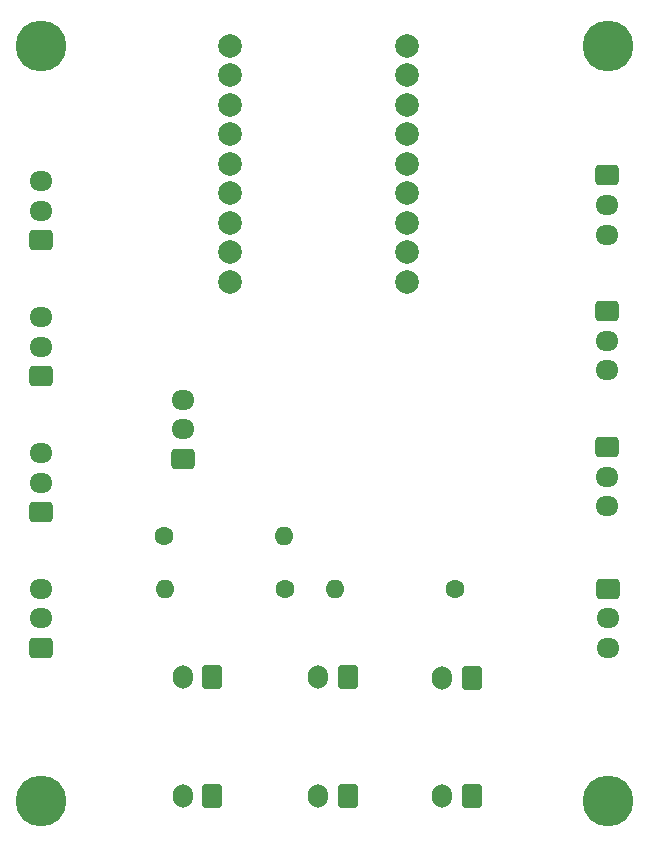
<source format=gbr>
%TF.GenerationSoftware,KiCad,Pcbnew,9.0.0*%
%TF.CreationDate,2025-05-08T14:03:21-04:00*%
%TF.ProjectId,main-pcb,6d61696e-2d70-4636-922e-6b696361645f,rev?*%
%TF.SameCoordinates,Original*%
%TF.FileFunction,Soldermask,Top*%
%TF.FilePolarity,Negative*%
%FSLAX46Y46*%
G04 Gerber Fmt 4.6, Leading zero omitted, Abs format (unit mm)*
G04 Created by KiCad (PCBNEW 9.0.0) date 2025-05-08 14:03:21*
%MOMM*%
%LPD*%
G01*
G04 APERTURE LIST*
G04 Aperture macros list*
%AMRoundRect*
0 Rectangle with rounded corners*
0 $1 Rounding radius*
0 $2 $3 $4 $5 $6 $7 $8 $9 X,Y pos of 4 corners*
0 Add a 4 corners polygon primitive as box body*
4,1,4,$2,$3,$4,$5,$6,$7,$8,$9,$2,$3,0*
0 Add four circle primitives for the rounded corners*
1,1,$1+$1,$2,$3*
1,1,$1+$1,$4,$5*
1,1,$1+$1,$6,$7*
1,1,$1+$1,$8,$9*
0 Add four rect primitives between the rounded corners*
20,1,$1+$1,$2,$3,$4,$5,0*
20,1,$1+$1,$4,$5,$6,$7,0*
20,1,$1+$1,$6,$7,$8,$9,0*
20,1,$1+$1,$8,$9,$2,$3,0*%
G04 Aperture macros list end*
%ADD10RoundRect,0.250000X0.600000X0.750000X-0.600000X0.750000X-0.600000X-0.750000X0.600000X-0.750000X0*%
%ADD11O,1.700000X2.000000*%
%ADD12RoundRect,0.250000X0.725000X-0.600000X0.725000X0.600000X-0.725000X0.600000X-0.725000X-0.600000X0*%
%ADD13O,1.950000X1.700000*%
%ADD14C,1.600000*%
%ADD15O,1.600000X1.600000*%
%ADD16C,4.300000*%
%ADD17C,2.000000*%
%ADD18RoundRect,0.250000X-0.725000X0.600000X-0.725000X-0.600000X0.725000X-0.600000X0.725000X0.600000X0*%
G04 APERTURE END LIST*
D10*
%TO.C,VIN1*%
X136500000Y-125000000D03*
D11*
X134000000Y-125000000D03*
%TD*%
D12*
%TO.C,SteerFL1*%
X122000000Y-78000000D03*
D13*
X122000000Y-75500000D03*
X122000000Y-73000000D03*
%TD*%
D10*
%TO.C,Light4*%
X148000000Y-115000000D03*
D11*
X145500000Y-115000000D03*
%TD*%
D14*
%TO.C,18K*%
X132420000Y-103000000D03*
D15*
X142580000Y-103000000D03*
%TD*%
D16*
%TO.C,H2*%
X122000000Y-61500000D03*
%TD*%
D17*
%TO.C,U1*%
X138000000Y-66500000D03*
X138000000Y-69000000D03*
X138000000Y-71500000D03*
X138000000Y-74000000D03*
X138000000Y-76500000D03*
X138000000Y-79000000D03*
X138000000Y-81500000D03*
X153000000Y-81500000D03*
X153000000Y-79000000D03*
X153000000Y-76500000D03*
X153000000Y-74000000D03*
X153000000Y-71500000D03*
X153000000Y-69000000D03*
X153000000Y-66500000D03*
X153000000Y-64000000D03*
X153000000Y-61500000D03*
X138000000Y-61500000D03*
X138000000Y-64000000D03*
%TD*%
D14*
%TO.C,10K*%
X142660000Y-107500000D03*
D15*
X132500000Y-107500000D03*
%TD*%
D18*
%TO.C,CranePitch1*%
X169975000Y-95500000D03*
D13*
X169975000Y-98000000D03*
X169975000Y-100500000D03*
%TD*%
D14*
%TO.C,Light Resistor*%
X157080000Y-107500000D03*
D15*
X146920000Y-107500000D03*
%TD*%
D10*
%TO.C,Light2*%
X148000000Y-125000000D03*
D11*
X145500000Y-125000000D03*
%TD*%
D12*
%TO.C,SteerFR1*%
X122000000Y-89500000D03*
D13*
X122000000Y-87000000D03*
X122000000Y-84500000D03*
%TD*%
D16*
%TO.C,H4*%
X170000000Y-125500000D03*
%TD*%
D18*
%TO.C,CraneYaw1*%
X170000000Y-107500000D03*
D13*
X170000000Y-110000000D03*
X170000000Y-112500000D03*
%TD*%
D16*
%TO.C,H1*%
X170000000Y-61500000D03*
%TD*%
%TO.C,H3*%
X122000000Y-125500000D03*
%TD*%
D10*
%TO.C,Battery1*%
X136500000Y-115000000D03*
D11*
X134000000Y-115000000D03*
%TD*%
D12*
%TO.C,SteerBR1*%
X122000000Y-112500000D03*
D13*
X122000000Y-110000000D03*
X122000000Y-107500000D03*
%TD*%
D10*
%TO.C,Light3*%
X158500000Y-115025000D03*
D11*
X156000000Y-115025000D03*
%TD*%
D12*
%TO.C,SteerBL1*%
X121975000Y-101000000D03*
D13*
X121975000Y-98500000D03*
X121975000Y-96000000D03*
%TD*%
D12*
%TO.C,L298N1*%
X134000000Y-96500000D03*
D13*
X134000000Y-94000000D03*
X134000000Y-91500000D03*
%TD*%
D10*
%TO.C,Light1*%
X158500000Y-125000000D03*
D11*
X156000000Y-125000000D03*
%TD*%
D18*
%TO.C,CraneExtension1*%
X169975000Y-72500000D03*
D13*
X169975000Y-75000000D03*
X169975000Y-77500000D03*
%TD*%
D18*
%TO.C,CraneElbow1*%
X169975000Y-84000000D03*
D13*
X169975000Y-86500000D03*
X169975000Y-89000000D03*
%TD*%
M02*

</source>
